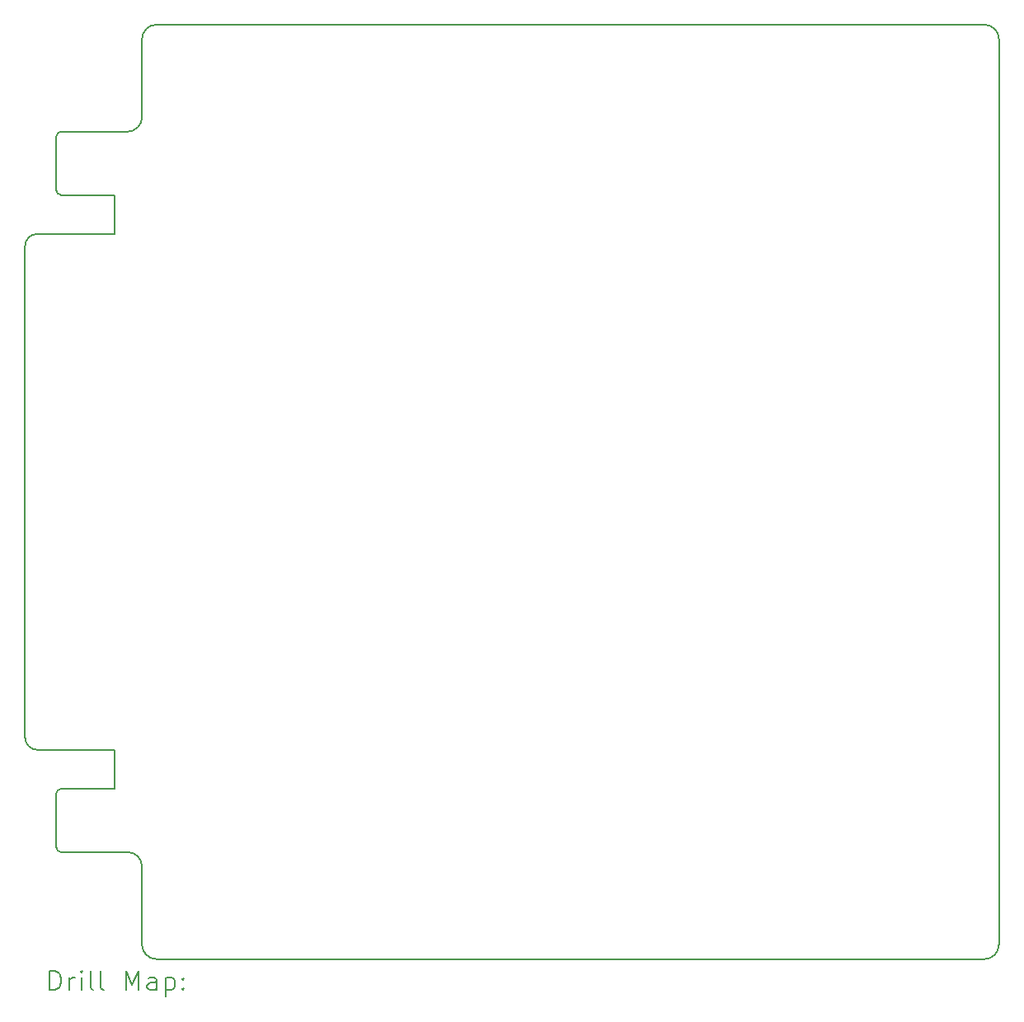
<source format=gbr>
%TF.GenerationSoftware,KiCad,Pcbnew,7.0.10-7.0.10~ubuntu22.04.1*%
%TF.CreationDate,2024-01-31T00:34:11-08:00*%
%TF.ProjectId,r11,7231312e-6b69-4636-9164-5f7063625858,rev?*%
%TF.SameCoordinates,Original*%
%TF.FileFunction,Drillmap*%
%TF.FilePolarity,Positive*%
%FSLAX45Y45*%
G04 Gerber Fmt 4.5, Leading zero omitted, Abs format (unit mm)*
G04 Created by KiCad (PCBNEW 7.0.10-7.0.10~ubuntu22.04.1) date 2024-01-31 00:34:11*
%MOMM*%
%LPD*%
G01*
G04 APERTURE LIST*
%ADD10C,0.150000*%
%ADD11C,0.200000*%
G04 APERTURE END LIST*
D10*
X15160600Y-1854800D02*
X14960600Y-1854800D01*
X15310600Y-11304800D02*
X15310600Y-2004800D01*
X14960600Y-11454800D02*
X15160600Y-11454800D01*
X6510600Y-2004800D02*
X6510600Y-2804800D01*
X14960600Y-1854800D02*
X6660600Y-1854800D01*
X6660600Y-11454800D02*
X14960600Y-11454800D01*
X6510600Y-10504800D02*
X6510600Y-11304800D01*
X5680600Y-10354800D02*
X6360600Y-10354800D01*
X5630600Y-9754800D02*
X5630600Y-10304800D01*
X5680600Y-9704800D02*
X6230600Y-9704800D01*
X5680600Y-2954800D02*
X6360600Y-2954800D01*
X5630600Y-3004800D02*
X5630600Y-3554800D01*
X5680600Y-3604800D02*
X6230600Y-3604800D01*
X5630600Y-10304800D02*
G75*
G03*
X5680600Y-10354800I50000J0D01*
G01*
X5680600Y-9704800D02*
G75*
G03*
X5630600Y-9754800I0J-50000D01*
G01*
X6510600Y-10504800D02*
G75*
G03*
X6360600Y-10354800I-150000J0D01*
G01*
X6510600Y-11304800D02*
G75*
G03*
X6660600Y-11454800I150000J0D01*
G01*
X15160600Y-11454800D02*
G75*
G03*
X15310600Y-11304800I0J150000D01*
G01*
X15310600Y-2004800D02*
G75*
G03*
X15160600Y-1854800I-150000J0D01*
G01*
X6660600Y-1854800D02*
G75*
G03*
X6510600Y-2004800I0J-150000D01*
G01*
X6360600Y-2954800D02*
G75*
G03*
X6510600Y-2804800I0J150000D01*
G01*
X5680600Y-2954800D02*
G75*
G03*
X5630600Y-3004800I0J-50000D01*
G01*
X5630600Y-3554800D02*
G75*
G03*
X5680600Y-3604800I50000J0D01*
G01*
X5310600Y-4129800D02*
X5310600Y-4154800D01*
X5435600Y-4004800D02*
X5510600Y-4004800D01*
X5435600Y-4004800D02*
G75*
G03*
X5310600Y-4129800I0J-125000D01*
G01*
X5310600Y-9179800D02*
X5310600Y-9154800D01*
X5435600Y-9304800D02*
X5510600Y-9304800D01*
X5310600Y-9179800D02*
G75*
G03*
X5435600Y-9304800I125000J0D01*
G01*
X6230600Y-9304800D02*
X6230600Y-9704800D01*
X5510600Y-9304800D02*
X6230600Y-9304800D01*
X6230600Y-4004800D02*
X6230600Y-3604800D01*
X5510600Y-4004800D02*
X6230600Y-4004800D01*
X5310600Y-4154800D02*
X5310600Y-9154800D01*
D11*
X5563877Y-11773784D02*
X5563877Y-11573784D01*
X5563877Y-11573784D02*
X5611496Y-11573784D01*
X5611496Y-11573784D02*
X5640067Y-11583308D01*
X5640067Y-11583308D02*
X5659115Y-11602355D01*
X5659115Y-11602355D02*
X5668639Y-11621403D01*
X5668639Y-11621403D02*
X5678162Y-11659498D01*
X5678162Y-11659498D02*
X5678162Y-11688069D01*
X5678162Y-11688069D02*
X5668639Y-11726165D01*
X5668639Y-11726165D02*
X5659115Y-11745212D01*
X5659115Y-11745212D02*
X5640067Y-11764260D01*
X5640067Y-11764260D02*
X5611496Y-11773784D01*
X5611496Y-11773784D02*
X5563877Y-11773784D01*
X5763877Y-11773784D02*
X5763877Y-11640450D01*
X5763877Y-11678546D02*
X5773401Y-11659498D01*
X5773401Y-11659498D02*
X5782924Y-11649974D01*
X5782924Y-11649974D02*
X5801972Y-11640450D01*
X5801972Y-11640450D02*
X5821020Y-11640450D01*
X5887686Y-11773784D02*
X5887686Y-11640450D01*
X5887686Y-11573784D02*
X5878162Y-11583308D01*
X5878162Y-11583308D02*
X5887686Y-11592831D01*
X5887686Y-11592831D02*
X5897210Y-11583308D01*
X5897210Y-11583308D02*
X5887686Y-11573784D01*
X5887686Y-11573784D02*
X5887686Y-11592831D01*
X6011496Y-11773784D02*
X5992448Y-11764260D01*
X5992448Y-11764260D02*
X5982924Y-11745212D01*
X5982924Y-11745212D02*
X5982924Y-11573784D01*
X6116258Y-11773784D02*
X6097210Y-11764260D01*
X6097210Y-11764260D02*
X6087686Y-11745212D01*
X6087686Y-11745212D02*
X6087686Y-11573784D01*
X6344829Y-11773784D02*
X6344829Y-11573784D01*
X6344829Y-11573784D02*
X6411496Y-11716641D01*
X6411496Y-11716641D02*
X6478162Y-11573784D01*
X6478162Y-11573784D02*
X6478162Y-11773784D01*
X6659115Y-11773784D02*
X6659115Y-11669022D01*
X6659115Y-11669022D02*
X6649591Y-11649974D01*
X6649591Y-11649974D02*
X6630543Y-11640450D01*
X6630543Y-11640450D02*
X6592448Y-11640450D01*
X6592448Y-11640450D02*
X6573401Y-11649974D01*
X6659115Y-11764260D02*
X6640067Y-11773784D01*
X6640067Y-11773784D02*
X6592448Y-11773784D01*
X6592448Y-11773784D02*
X6573401Y-11764260D01*
X6573401Y-11764260D02*
X6563877Y-11745212D01*
X6563877Y-11745212D02*
X6563877Y-11726165D01*
X6563877Y-11726165D02*
X6573401Y-11707117D01*
X6573401Y-11707117D02*
X6592448Y-11697593D01*
X6592448Y-11697593D02*
X6640067Y-11697593D01*
X6640067Y-11697593D02*
X6659115Y-11688069D01*
X6754353Y-11640450D02*
X6754353Y-11840450D01*
X6754353Y-11649974D02*
X6773401Y-11640450D01*
X6773401Y-11640450D02*
X6811496Y-11640450D01*
X6811496Y-11640450D02*
X6830543Y-11649974D01*
X6830543Y-11649974D02*
X6840067Y-11659498D01*
X6840067Y-11659498D02*
X6849591Y-11678546D01*
X6849591Y-11678546D02*
X6849591Y-11735688D01*
X6849591Y-11735688D02*
X6840067Y-11754736D01*
X6840067Y-11754736D02*
X6830543Y-11764260D01*
X6830543Y-11764260D02*
X6811496Y-11773784D01*
X6811496Y-11773784D02*
X6773401Y-11773784D01*
X6773401Y-11773784D02*
X6754353Y-11764260D01*
X6935305Y-11754736D02*
X6944829Y-11764260D01*
X6944829Y-11764260D02*
X6935305Y-11773784D01*
X6935305Y-11773784D02*
X6925782Y-11764260D01*
X6925782Y-11764260D02*
X6935305Y-11754736D01*
X6935305Y-11754736D02*
X6935305Y-11773784D01*
X6935305Y-11649974D02*
X6944829Y-11659498D01*
X6944829Y-11659498D02*
X6935305Y-11669022D01*
X6935305Y-11669022D02*
X6925782Y-11659498D01*
X6925782Y-11659498D02*
X6935305Y-11649974D01*
X6935305Y-11649974D02*
X6935305Y-11669022D01*
M02*

</source>
